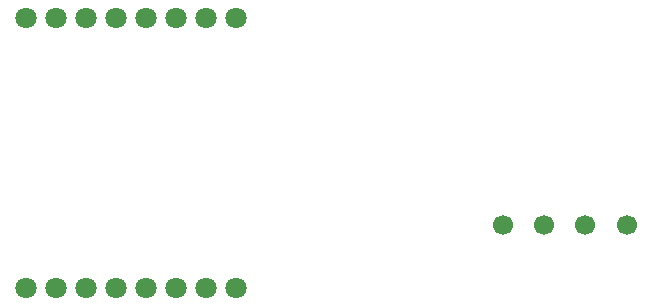
<source format=gbl>
G04 Layer: BottomLayer*
G04 EasyEDA v6.4.21, 2021-08-27T17:56:30+02:00*
G04 e7cb7ce6d9f94255a7045453de3fad17,10*
G04 Gerber Generator version 0.2*
G04 Scale: 100 percent, Rotated: No, Reflected: No *
G04 Dimensions in millimeters *
G04 leading zeros omitted , absolute positions ,4 integer and 5 decimal *
%FSLAX45Y45*%
%MOMM*%

%ADD14C,1.7000*%
%ADD15C,1.8000*%

%LPD*%
D14*
G01*
X5875807Y5664192D03*
G01*
X6225793Y5664192D03*
G01*
X6575806Y5664192D03*
G01*
X6925792Y5664192D03*
D15*
G01*
X3619500Y7416805D03*
G01*
X3365500Y7416805D03*
G01*
X3111500Y7416805D03*
G01*
X2857500Y7416805D03*
G01*
X2603500Y7416805D03*
G01*
X2349500Y7416805D03*
G01*
X2095500Y7416805D03*
G01*
X1841500Y7416805D03*
G01*
X3619500Y5130805D03*
G01*
X3365500Y5130805D03*
G01*
X3111500Y5130805D03*
G01*
X2857500Y5130805D03*
G01*
X2603500Y5130805D03*
G01*
X2349500Y5130805D03*
G01*
X2095500Y5130805D03*
G01*
X1841500Y5130805D03*
M02*

</source>
